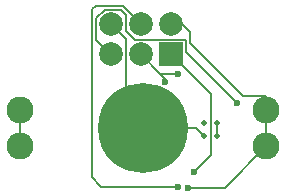
<source format=gtl>
G04 Layer_Physical_Order=1*
G04 Layer_Color=25308*
%FSLAX24Y24*%
%MOIN*%
G70*
G01*
G75*
%ADD10C,0.3000*%
%ADD11C,0.0063*%
%ADD12C,0.0787*%
%ADD13R,0.0787X0.0787*%
%ADD14C,0.0900*%
%ADD15C,0.0236*%
%ADD16C,0.0197*%
D10*
X23622Y23622D02*
D03*
D11*
X23040Y24640D02*
X23622D01*
X24183Y25435D02*
X24345Y25273D01*
Y25148D02*
Y25273D01*
X22225Y21670D02*
X24790D01*
X21920Y21975D02*
X22225Y21670D01*
X21920Y21975D02*
Y27577D01*
X22040Y27697D01*
X22935D01*
X23543Y27088D01*
Y27075D02*
Y27088D01*
X25118Y21630D02*
X26330D01*
X27722Y23022D01*
X25040Y26160D02*
X26730Y24470D01*
X25040Y26160D02*
Y26560D01*
X25030Y26570D02*
X25040Y26560D01*
X23352Y26570D02*
X25030D01*
X23051Y26871D02*
X23352Y26570D01*
X23051Y26871D02*
Y27389D01*
X22873Y27567D02*
X23051Y27389D01*
X22339Y27567D02*
X22873D01*
X22051Y27279D02*
X22339Y27567D01*
X22051Y26567D02*
Y27279D01*
Y26567D02*
X22543Y26075D01*
X25310Y22150D02*
X25870Y22710D01*
Y24748D01*
X24543Y26075D02*
X25870Y24748D01*
X24183Y25435D02*
X24781D01*
X23543Y26075D02*
X24183Y25435D01*
X26083Y23366D02*
Y23799D01*
X23622Y23622D02*
Y24640D01*
X23040D02*
Y26578D01*
X22543Y27075D02*
X23040Y26578D01*
X27722Y24222D02*
Y24675D01*
X27717Y24680D02*
X27722Y24675D01*
X26948Y24680D02*
X27717D01*
X25177Y26451D02*
X26948Y24680D01*
X25177Y26451D02*
Y26818D01*
X24920Y27075D02*
X25177Y26818D01*
X24543Y27075D02*
X24920D01*
X23622Y23622D02*
X25394D01*
X25650Y23366D01*
X19522Y23022D02*
Y24222D01*
X27722Y23022D02*
Y24222D01*
D12*
X24543Y27075D02*
D03*
X23543Y26075D02*
D03*
Y27075D02*
D03*
X22543D02*
D03*
Y26075D02*
D03*
D13*
X24543D02*
D03*
D14*
X19522Y24222D02*
D03*
Y23022D02*
D03*
X27722D02*
D03*
Y24222D02*
D03*
D15*
X24345Y25148D02*
D03*
X24790Y21670D02*
D03*
X25118Y21630D02*
D03*
X26730Y24470D02*
D03*
X25310Y22150D02*
D03*
X24781Y25435D02*
D03*
D16*
X25650Y23366D02*
D03*
X26083D02*
D03*
X25650Y23799D02*
D03*
X26083D02*
D03*
M02*

</source>
